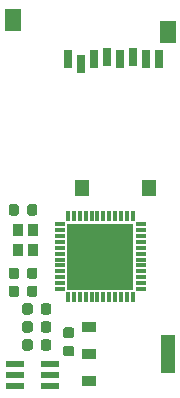
<source format=gbr>
G04 #@! TF.GenerationSoftware,KiCad,Pcbnew,(5.0.2)-1*
G04 #@! TF.CreationDate,2022-05-07T19:17:55+02:00*
G04 #@! TF.ProjectId,Pendrive_v1,50656e64-7269-4766-955f-76312e6b6963,rev?*
G04 #@! TF.SameCoordinates,Original*
G04 #@! TF.FileFunction,Paste,Top*
G04 #@! TF.FilePolarity,Positive*
%FSLAX46Y46*%
G04 Gerber Fmt 4.6, Leading zero omitted, Abs format (unit mm)*
G04 Created by KiCad (PCBNEW (5.0.2)-1) date 07.05.2022 19:17:55*
%MOMM*%
%LPD*%
G01*
G04 APERTURE LIST*
%ADD10R,5.650000X5.650000*%
%ADD11R,0.300000X0.850000*%
%ADD12R,0.850000X0.300000*%
%ADD13R,1.400000X1.900000*%
%ADD14R,1.300000X1.400000*%
%ADD15R,0.800000X1.500000*%
%ADD16R,0.900000X1.000000*%
%ADD17C,0.100000*%
%ADD18C,0.875000*%
%ADD19R,1.300000X0.950000*%
%ADD20R,1.300000X3.250000*%
%ADD21R,1.600000X0.500000*%
G04 APERTURE END LIST*
D10*
G04 #@! TO.C,IC1*
X108785000Y-123206000D03*
D11*
X106035000Y-119756000D03*
X106535000Y-119756000D03*
X107035000Y-119756000D03*
X107535000Y-119756000D03*
X108035000Y-119756000D03*
X108535000Y-119756000D03*
X109035000Y-119756000D03*
X109535000Y-119756000D03*
X110035000Y-119756000D03*
X110535000Y-119756000D03*
X111035000Y-119756000D03*
X111535000Y-119756000D03*
D12*
X112235000Y-120456000D03*
X112235000Y-120956000D03*
X112235000Y-121456000D03*
X112235000Y-121956000D03*
X112235000Y-122456000D03*
X112235000Y-122956000D03*
X112235000Y-123456000D03*
X112235000Y-123956000D03*
X112235000Y-124456000D03*
X112235000Y-124956000D03*
X112235000Y-125456000D03*
X112235000Y-125956000D03*
D11*
X111535000Y-126656000D03*
X111035000Y-126656000D03*
X110535000Y-126656000D03*
X110035000Y-126656000D03*
X109535000Y-126656000D03*
X109035000Y-126656000D03*
X108535000Y-126656000D03*
X108035000Y-126656000D03*
X107535000Y-126656000D03*
X107035000Y-126656000D03*
X106535000Y-126656000D03*
X106035000Y-126656000D03*
D12*
X105335000Y-125956000D03*
X105335000Y-125456000D03*
X105335000Y-124956000D03*
X105335000Y-124456000D03*
X105335000Y-123956000D03*
X105335000Y-123456000D03*
X105335000Y-122956000D03*
X105335000Y-122456000D03*
X105335000Y-121956000D03*
X105335000Y-121456000D03*
X105335000Y-120956000D03*
X105335000Y-120456000D03*
G04 #@! TD*
D13*
G04 #@! TO.C,J1*
X101350000Y-103209000D03*
X114500000Y-104209000D03*
D14*
X107200000Y-117359000D03*
X112900000Y-117359000D03*
D15*
X113710000Y-106499000D03*
X112610000Y-106499000D03*
X111510000Y-106299000D03*
X110410000Y-106499000D03*
X109310000Y-106299000D03*
X108210000Y-106499000D03*
X107110000Y-106899000D03*
X106010000Y-106499000D03*
G04 #@! TD*
D16*
G04 #@! TO.C,Y1*
X103048000Y-122618000D03*
X103048000Y-120968000D03*
X101822000Y-120968000D03*
X101822000Y-122618000D03*
G04 #@! TD*
D17*
G04 #@! TO.C,C16*
G36*
X106373491Y-130780053D02*
X106394726Y-130783203D01*
X106415550Y-130788419D01*
X106435762Y-130795651D01*
X106455168Y-130804830D01*
X106473581Y-130815866D01*
X106490824Y-130828654D01*
X106506730Y-130843070D01*
X106521146Y-130858976D01*
X106533934Y-130876219D01*
X106544970Y-130894632D01*
X106554149Y-130914038D01*
X106561381Y-130934250D01*
X106566597Y-130955074D01*
X106569747Y-130976309D01*
X106570800Y-130997750D01*
X106570800Y-131435250D01*
X106569747Y-131456691D01*
X106566597Y-131477926D01*
X106561381Y-131498750D01*
X106554149Y-131518962D01*
X106544970Y-131538368D01*
X106533934Y-131556781D01*
X106521146Y-131574024D01*
X106506730Y-131589930D01*
X106490824Y-131604346D01*
X106473581Y-131617134D01*
X106455168Y-131628170D01*
X106435762Y-131637349D01*
X106415550Y-131644581D01*
X106394726Y-131649797D01*
X106373491Y-131652947D01*
X106352050Y-131654000D01*
X105839550Y-131654000D01*
X105818109Y-131652947D01*
X105796874Y-131649797D01*
X105776050Y-131644581D01*
X105755838Y-131637349D01*
X105736432Y-131628170D01*
X105718019Y-131617134D01*
X105700776Y-131604346D01*
X105684870Y-131589930D01*
X105670454Y-131574024D01*
X105657666Y-131556781D01*
X105646630Y-131538368D01*
X105637451Y-131518962D01*
X105630219Y-131498750D01*
X105625003Y-131477926D01*
X105621853Y-131456691D01*
X105620800Y-131435250D01*
X105620800Y-130997750D01*
X105621853Y-130976309D01*
X105625003Y-130955074D01*
X105630219Y-130934250D01*
X105637451Y-130914038D01*
X105646630Y-130894632D01*
X105657666Y-130876219D01*
X105670454Y-130858976D01*
X105684870Y-130843070D01*
X105700776Y-130828654D01*
X105718019Y-130815866D01*
X105736432Y-130804830D01*
X105755838Y-130795651D01*
X105776050Y-130788419D01*
X105796874Y-130783203D01*
X105818109Y-130780053D01*
X105839550Y-130779000D01*
X106352050Y-130779000D01*
X106373491Y-130780053D01*
X106373491Y-130780053D01*
G37*
D18*
X106095800Y-131216500D03*
D17*
G36*
X106373491Y-129205053D02*
X106394726Y-129208203D01*
X106415550Y-129213419D01*
X106435762Y-129220651D01*
X106455168Y-129229830D01*
X106473581Y-129240866D01*
X106490824Y-129253654D01*
X106506730Y-129268070D01*
X106521146Y-129283976D01*
X106533934Y-129301219D01*
X106544970Y-129319632D01*
X106554149Y-129339038D01*
X106561381Y-129359250D01*
X106566597Y-129380074D01*
X106569747Y-129401309D01*
X106570800Y-129422750D01*
X106570800Y-129860250D01*
X106569747Y-129881691D01*
X106566597Y-129902926D01*
X106561381Y-129923750D01*
X106554149Y-129943962D01*
X106544970Y-129963368D01*
X106533934Y-129981781D01*
X106521146Y-129999024D01*
X106506730Y-130014930D01*
X106490824Y-130029346D01*
X106473581Y-130042134D01*
X106455168Y-130053170D01*
X106435762Y-130062349D01*
X106415550Y-130069581D01*
X106394726Y-130074797D01*
X106373491Y-130077947D01*
X106352050Y-130079000D01*
X105839550Y-130079000D01*
X105818109Y-130077947D01*
X105796874Y-130074797D01*
X105776050Y-130069581D01*
X105755838Y-130062349D01*
X105736432Y-130053170D01*
X105718019Y-130042134D01*
X105700776Y-130029346D01*
X105684870Y-130014930D01*
X105670454Y-129999024D01*
X105657666Y-129981781D01*
X105646630Y-129963368D01*
X105637451Y-129943962D01*
X105630219Y-129923750D01*
X105625003Y-129902926D01*
X105621853Y-129881691D01*
X105620800Y-129860250D01*
X105620800Y-129422750D01*
X105621853Y-129401309D01*
X105625003Y-129380074D01*
X105630219Y-129359250D01*
X105637451Y-129339038D01*
X105646630Y-129319632D01*
X105657666Y-129301219D01*
X105670454Y-129283976D01*
X105684870Y-129268070D01*
X105700776Y-129253654D01*
X105718019Y-129240866D01*
X105736432Y-129229830D01*
X105755838Y-129220651D01*
X105776050Y-129213419D01*
X105796874Y-129208203D01*
X105818109Y-129205053D01*
X105839550Y-129204000D01*
X106352050Y-129204000D01*
X106373491Y-129205053D01*
X106373491Y-129205053D01*
G37*
D18*
X106095800Y-129641500D03*
G04 #@! TD*
D17*
G04 #@! TO.C,R1*
G36*
X104421691Y-127161053D02*
X104442926Y-127164203D01*
X104463750Y-127169419D01*
X104483962Y-127176651D01*
X104503368Y-127185830D01*
X104521781Y-127196866D01*
X104539024Y-127209654D01*
X104554930Y-127224070D01*
X104569346Y-127239976D01*
X104582134Y-127257219D01*
X104593170Y-127275632D01*
X104602349Y-127295038D01*
X104609581Y-127315250D01*
X104614797Y-127336074D01*
X104617947Y-127357309D01*
X104619000Y-127378750D01*
X104619000Y-127891250D01*
X104617947Y-127912691D01*
X104614797Y-127933926D01*
X104609581Y-127954750D01*
X104602349Y-127974962D01*
X104593170Y-127994368D01*
X104582134Y-128012781D01*
X104569346Y-128030024D01*
X104554930Y-128045930D01*
X104539024Y-128060346D01*
X104521781Y-128073134D01*
X104503368Y-128084170D01*
X104483962Y-128093349D01*
X104463750Y-128100581D01*
X104442926Y-128105797D01*
X104421691Y-128108947D01*
X104400250Y-128110000D01*
X103962750Y-128110000D01*
X103941309Y-128108947D01*
X103920074Y-128105797D01*
X103899250Y-128100581D01*
X103879038Y-128093349D01*
X103859632Y-128084170D01*
X103841219Y-128073134D01*
X103823976Y-128060346D01*
X103808070Y-128045930D01*
X103793654Y-128030024D01*
X103780866Y-128012781D01*
X103769830Y-127994368D01*
X103760651Y-127974962D01*
X103753419Y-127954750D01*
X103748203Y-127933926D01*
X103745053Y-127912691D01*
X103744000Y-127891250D01*
X103744000Y-127378750D01*
X103745053Y-127357309D01*
X103748203Y-127336074D01*
X103753419Y-127315250D01*
X103760651Y-127295038D01*
X103769830Y-127275632D01*
X103780866Y-127257219D01*
X103793654Y-127239976D01*
X103808070Y-127224070D01*
X103823976Y-127209654D01*
X103841219Y-127196866D01*
X103859632Y-127185830D01*
X103879038Y-127176651D01*
X103899250Y-127169419D01*
X103920074Y-127164203D01*
X103941309Y-127161053D01*
X103962750Y-127160000D01*
X104400250Y-127160000D01*
X104421691Y-127161053D01*
X104421691Y-127161053D01*
G37*
D18*
X104181500Y-127635000D03*
D17*
G36*
X102846691Y-127161053D02*
X102867926Y-127164203D01*
X102888750Y-127169419D01*
X102908962Y-127176651D01*
X102928368Y-127185830D01*
X102946781Y-127196866D01*
X102964024Y-127209654D01*
X102979930Y-127224070D01*
X102994346Y-127239976D01*
X103007134Y-127257219D01*
X103018170Y-127275632D01*
X103027349Y-127295038D01*
X103034581Y-127315250D01*
X103039797Y-127336074D01*
X103042947Y-127357309D01*
X103044000Y-127378750D01*
X103044000Y-127891250D01*
X103042947Y-127912691D01*
X103039797Y-127933926D01*
X103034581Y-127954750D01*
X103027349Y-127974962D01*
X103018170Y-127994368D01*
X103007134Y-128012781D01*
X102994346Y-128030024D01*
X102979930Y-128045930D01*
X102964024Y-128060346D01*
X102946781Y-128073134D01*
X102928368Y-128084170D01*
X102908962Y-128093349D01*
X102888750Y-128100581D01*
X102867926Y-128105797D01*
X102846691Y-128108947D01*
X102825250Y-128110000D01*
X102387750Y-128110000D01*
X102366309Y-128108947D01*
X102345074Y-128105797D01*
X102324250Y-128100581D01*
X102304038Y-128093349D01*
X102284632Y-128084170D01*
X102266219Y-128073134D01*
X102248976Y-128060346D01*
X102233070Y-128045930D01*
X102218654Y-128030024D01*
X102205866Y-128012781D01*
X102194830Y-127994368D01*
X102185651Y-127974962D01*
X102178419Y-127954750D01*
X102173203Y-127933926D01*
X102170053Y-127912691D01*
X102169000Y-127891250D01*
X102169000Y-127378750D01*
X102170053Y-127357309D01*
X102173203Y-127336074D01*
X102178419Y-127315250D01*
X102185651Y-127295038D01*
X102194830Y-127275632D01*
X102205866Y-127257219D01*
X102218654Y-127239976D01*
X102233070Y-127224070D01*
X102248976Y-127209654D01*
X102266219Y-127196866D01*
X102284632Y-127185830D01*
X102304038Y-127176651D01*
X102324250Y-127169419D01*
X102345074Y-127164203D01*
X102366309Y-127161053D01*
X102387750Y-127160000D01*
X102825250Y-127160000D01*
X102846691Y-127161053D01*
X102846691Y-127161053D01*
G37*
D18*
X102606500Y-127635000D03*
G04 #@! TD*
D17*
G04 #@! TO.C,R2*
G36*
X102846691Y-128685053D02*
X102867926Y-128688203D01*
X102888750Y-128693419D01*
X102908962Y-128700651D01*
X102928368Y-128709830D01*
X102946781Y-128720866D01*
X102964024Y-128733654D01*
X102979930Y-128748070D01*
X102994346Y-128763976D01*
X103007134Y-128781219D01*
X103018170Y-128799632D01*
X103027349Y-128819038D01*
X103034581Y-128839250D01*
X103039797Y-128860074D01*
X103042947Y-128881309D01*
X103044000Y-128902750D01*
X103044000Y-129415250D01*
X103042947Y-129436691D01*
X103039797Y-129457926D01*
X103034581Y-129478750D01*
X103027349Y-129498962D01*
X103018170Y-129518368D01*
X103007134Y-129536781D01*
X102994346Y-129554024D01*
X102979930Y-129569930D01*
X102964024Y-129584346D01*
X102946781Y-129597134D01*
X102928368Y-129608170D01*
X102908962Y-129617349D01*
X102888750Y-129624581D01*
X102867926Y-129629797D01*
X102846691Y-129632947D01*
X102825250Y-129634000D01*
X102387750Y-129634000D01*
X102366309Y-129632947D01*
X102345074Y-129629797D01*
X102324250Y-129624581D01*
X102304038Y-129617349D01*
X102284632Y-129608170D01*
X102266219Y-129597134D01*
X102248976Y-129584346D01*
X102233070Y-129569930D01*
X102218654Y-129554024D01*
X102205866Y-129536781D01*
X102194830Y-129518368D01*
X102185651Y-129498962D01*
X102178419Y-129478750D01*
X102173203Y-129457926D01*
X102170053Y-129436691D01*
X102169000Y-129415250D01*
X102169000Y-128902750D01*
X102170053Y-128881309D01*
X102173203Y-128860074D01*
X102178419Y-128839250D01*
X102185651Y-128819038D01*
X102194830Y-128799632D01*
X102205866Y-128781219D01*
X102218654Y-128763976D01*
X102233070Y-128748070D01*
X102248976Y-128733654D01*
X102266219Y-128720866D01*
X102284632Y-128709830D01*
X102304038Y-128700651D01*
X102324250Y-128693419D01*
X102345074Y-128688203D01*
X102366309Y-128685053D01*
X102387750Y-128684000D01*
X102825250Y-128684000D01*
X102846691Y-128685053D01*
X102846691Y-128685053D01*
G37*
D18*
X102606500Y-129159000D03*
D17*
G36*
X104421691Y-128685053D02*
X104442926Y-128688203D01*
X104463750Y-128693419D01*
X104483962Y-128700651D01*
X104503368Y-128709830D01*
X104521781Y-128720866D01*
X104539024Y-128733654D01*
X104554930Y-128748070D01*
X104569346Y-128763976D01*
X104582134Y-128781219D01*
X104593170Y-128799632D01*
X104602349Y-128819038D01*
X104609581Y-128839250D01*
X104614797Y-128860074D01*
X104617947Y-128881309D01*
X104619000Y-128902750D01*
X104619000Y-129415250D01*
X104617947Y-129436691D01*
X104614797Y-129457926D01*
X104609581Y-129478750D01*
X104602349Y-129498962D01*
X104593170Y-129518368D01*
X104582134Y-129536781D01*
X104569346Y-129554024D01*
X104554930Y-129569930D01*
X104539024Y-129584346D01*
X104521781Y-129597134D01*
X104503368Y-129608170D01*
X104483962Y-129617349D01*
X104463750Y-129624581D01*
X104442926Y-129629797D01*
X104421691Y-129632947D01*
X104400250Y-129634000D01*
X103962750Y-129634000D01*
X103941309Y-129632947D01*
X103920074Y-129629797D01*
X103899250Y-129624581D01*
X103879038Y-129617349D01*
X103859632Y-129608170D01*
X103841219Y-129597134D01*
X103823976Y-129584346D01*
X103808070Y-129569930D01*
X103793654Y-129554024D01*
X103780866Y-129536781D01*
X103769830Y-129518368D01*
X103760651Y-129498962D01*
X103753419Y-129478750D01*
X103748203Y-129457926D01*
X103745053Y-129436691D01*
X103744000Y-129415250D01*
X103744000Y-128902750D01*
X103745053Y-128881309D01*
X103748203Y-128860074D01*
X103753419Y-128839250D01*
X103760651Y-128819038D01*
X103769830Y-128799632D01*
X103780866Y-128781219D01*
X103793654Y-128763976D01*
X103808070Y-128748070D01*
X103823976Y-128733654D01*
X103841219Y-128720866D01*
X103859632Y-128709830D01*
X103879038Y-128700651D01*
X103899250Y-128693419D01*
X103920074Y-128688203D01*
X103941309Y-128685053D01*
X103962750Y-128684000D01*
X104400250Y-128684000D01*
X104421691Y-128685053D01*
X104421691Y-128685053D01*
G37*
D18*
X104181500Y-129159000D03*
G04 #@! TD*
D17*
G04 #@! TO.C,R3*
G36*
X104421691Y-130209053D02*
X104442926Y-130212203D01*
X104463750Y-130217419D01*
X104483962Y-130224651D01*
X104503368Y-130233830D01*
X104521781Y-130244866D01*
X104539024Y-130257654D01*
X104554930Y-130272070D01*
X104569346Y-130287976D01*
X104582134Y-130305219D01*
X104593170Y-130323632D01*
X104602349Y-130343038D01*
X104609581Y-130363250D01*
X104614797Y-130384074D01*
X104617947Y-130405309D01*
X104619000Y-130426750D01*
X104619000Y-130939250D01*
X104617947Y-130960691D01*
X104614797Y-130981926D01*
X104609581Y-131002750D01*
X104602349Y-131022962D01*
X104593170Y-131042368D01*
X104582134Y-131060781D01*
X104569346Y-131078024D01*
X104554930Y-131093930D01*
X104539024Y-131108346D01*
X104521781Y-131121134D01*
X104503368Y-131132170D01*
X104483962Y-131141349D01*
X104463750Y-131148581D01*
X104442926Y-131153797D01*
X104421691Y-131156947D01*
X104400250Y-131158000D01*
X103962750Y-131158000D01*
X103941309Y-131156947D01*
X103920074Y-131153797D01*
X103899250Y-131148581D01*
X103879038Y-131141349D01*
X103859632Y-131132170D01*
X103841219Y-131121134D01*
X103823976Y-131108346D01*
X103808070Y-131093930D01*
X103793654Y-131078024D01*
X103780866Y-131060781D01*
X103769830Y-131042368D01*
X103760651Y-131022962D01*
X103753419Y-131002750D01*
X103748203Y-130981926D01*
X103745053Y-130960691D01*
X103744000Y-130939250D01*
X103744000Y-130426750D01*
X103745053Y-130405309D01*
X103748203Y-130384074D01*
X103753419Y-130363250D01*
X103760651Y-130343038D01*
X103769830Y-130323632D01*
X103780866Y-130305219D01*
X103793654Y-130287976D01*
X103808070Y-130272070D01*
X103823976Y-130257654D01*
X103841219Y-130244866D01*
X103859632Y-130233830D01*
X103879038Y-130224651D01*
X103899250Y-130217419D01*
X103920074Y-130212203D01*
X103941309Y-130209053D01*
X103962750Y-130208000D01*
X104400250Y-130208000D01*
X104421691Y-130209053D01*
X104421691Y-130209053D01*
G37*
D18*
X104181500Y-130683000D03*
D17*
G36*
X102846691Y-130209053D02*
X102867926Y-130212203D01*
X102888750Y-130217419D01*
X102908962Y-130224651D01*
X102928368Y-130233830D01*
X102946781Y-130244866D01*
X102964024Y-130257654D01*
X102979930Y-130272070D01*
X102994346Y-130287976D01*
X103007134Y-130305219D01*
X103018170Y-130323632D01*
X103027349Y-130343038D01*
X103034581Y-130363250D01*
X103039797Y-130384074D01*
X103042947Y-130405309D01*
X103044000Y-130426750D01*
X103044000Y-130939250D01*
X103042947Y-130960691D01*
X103039797Y-130981926D01*
X103034581Y-131002750D01*
X103027349Y-131022962D01*
X103018170Y-131042368D01*
X103007134Y-131060781D01*
X102994346Y-131078024D01*
X102979930Y-131093930D01*
X102964024Y-131108346D01*
X102946781Y-131121134D01*
X102928368Y-131132170D01*
X102908962Y-131141349D01*
X102888750Y-131148581D01*
X102867926Y-131153797D01*
X102846691Y-131156947D01*
X102825250Y-131158000D01*
X102387750Y-131158000D01*
X102366309Y-131156947D01*
X102345074Y-131153797D01*
X102324250Y-131148581D01*
X102304038Y-131141349D01*
X102284632Y-131132170D01*
X102266219Y-131121134D01*
X102248976Y-131108346D01*
X102233070Y-131093930D01*
X102218654Y-131078024D01*
X102205866Y-131060781D01*
X102194830Y-131042368D01*
X102185651Y-131022962D01*
X102178419Y-131002750D01*
X102173203Y-130981926D01*
X102170053Y-130960691D01*
X102169000Y-130939250D01*
X102169000Y-130426750D01*
X102170053Y-130405309D01*
X102173203Y-130384074D01*
X102178419Y-130363250D01*
X102185651Y-130343038D01*
X102194830Y-130323632D01*
X102205866Y-130305219D01*
X102218654Y-130287976D01*
X102233070Y-130272070D01*
X102248976Y-130257654D01*
X102266219Y-130244866D01*
X102284632Y-130233830D01*
X102304038Y-130224651D01*
X102324250Y-130217419D01*
X102345074Y-130212203D01*
X102366309Y-130209053D01*
X102387750Y-130208000D01*
X102825250Y-130208000D01*
X102846691Y-130209053D01*
X102846691Y-130209053D01*
G37*
D18*
X102606500Y-130683000D03*
G04 #@! TD*
D19*
G04 #@! TO.C,IC2*
X107810000Y-129163000D03*
X107810000Y-131453000D03*
X107810000Y-133743000D03*
D20*
X114510000Y-131453000D03*
G04 #@! TD*
D21*
G04 #@! TO.C,LED1*
X101596000Y-132323000D03*
X101596000Y-133223000D03*
X101596000Y-134123000D03*
X104546000Y-134123000D03*
X104546000Y-133223000D03*
X104546000Y-132323000D03*
G04 #@! TD*
D17*
G04 #@! TO.C,C6*
G36*
X101687691Y-118779053D02*
X101708926Y-118782203D01*
X101729750Y-118787419D01*
X101749962Y-118794651D01*
X101769368Y-118803830D01*
X101787781Y-118814866D01*
X101805024Y-118827654D01*
X101820930Y-118842070D01*
X101835346Y-118857976D01*
X101848134Y-118875219D01*
X101859170Y-118893632D01*
X101868349Y-118913038D01*
X101875581Y-118933250D01*
X101880797Y-118954074D01*
X101883947Y-118975309D01*
X101885000Y-118996750D01*
X101885000Y-119509250D01*
X101883947Y-119530691D01*
X101880797Y-119551926D01*
X101875581Y-119572750D01*
X101868349Y-119592962D01*
X101859170Y-119612368D01*
X101848134Y-119630781D01*
X101835346Y-119648024D01*
X101820930Y-119663930D01*
X101805024Y-119678346D01*
X101787781Y-119691134D01*
X101769368Y-119702170D01*
X101749962Y-119711349D01*
X101729750Y-119718581D01*
X101708926Y-119723797D01*
X101687691Y-119726947D01*
X101666250Y-119728000D01*
X101228750Y-119728000D01*
X101207309Y-119726947D01*
X101186074Y-119723797D01*
X101165250Y-119718581D01*
X101145038Y-119711349D01*
X101125632Y-119702170D01*
X101107219Y-119691134D01*
X101089976Y-119678346D01*
X101074070Y-119663930D01*
X101059654Y-119648024D01*
X101046866Y-119630781D01*
X101035830Y-119612368D01*
X101026651Y-119592962D01*
X101019419Y-119572750D01*
X101014203Y-119551926D01*
X101011053Y-119530691D01*
X101010000Y-119509250D01*
X101010000Y-118996750D01*
X101011053Y-118975309D01*
X101014203Y-118954074D01*
X101019419Y-118933250D01*
X101026651Y-118913038D01*
X101035830Y-118893632D01*
X101046866Y-118875219D01*
X101059654Y-118857976D01*
X101074070Y-118842070D01*
X101089976Y-118827654D01*
X101107219Y-118814866D01*
X101125632Y-118803830D01*
X101145038Y-118794651D01*
X101165250Y-118787419D01*
X101186074Y-118782203D01*
X101207309Y-118779053D01*
X101228750Y-118778000D01*
X101666250Y-118778000D01*
X101687691Y-118779053D01*
X101687691Y-118779053D01*
G37*
D18*
X101447500Y-119253000D03*
D17*
G36*
X103262691Y-118779053D02*
X103283926Y-118782203D01*
X103304750Y-118787419D01*
X103324962Y-118794651D01*
X103344368Y-118803830D01*
X103362781Y-118814866D01*
X103380024Y-118827654D01*
X103395930Y-118842070D01*
X103410346Y-118857976D01*
X103423134Y-118875219D01*
X103434170Y-118893632D01*
X103443349Y-118913038D01*
X103450581Y-118933250D01*
X103455797Y-118954074D01*
X103458947Y-118975309D01*
X103460000Y-118996750D01*
X103460000Y-119509250D01*
X103458947Y-119530691D01*
X103455797Y-119551926D01*
X103450581Y-119572750D01*
X103443349Y-119592962D01*
X103434170Y-119612368D01*
X103423134Y-119630781D01*
X103410346Y-119648024D01*
X103395930Y-119663930D01*
X103380024Y-119678346D01*
X103362781Y-119691134D01*
X103344368Y-119702170D01*
X103324962Y-119711349D01*
X103304750Y-119718581D01*
X103283926Y-119723797D01*
X103262691Y-119726947D01*
X103241250Y-119728000D01*
X102803750Y-119728000D01*
X102782309Y-119726947D01*
X102761074Y-119723797D01*
X102740250Y-119718581D01*
X102720038Y-119711349D01*
X102700632Y-119702170D01*
X102682219Y-119691134D01*
X102664976Y-119678346D01*
X102649070Y-119663930D01*
X102634654Y-119648024D01*
X102621866Y-119630781D01*
X102610830Y-119612368D01*
X102601651Y-119592962D01*
X102594419Y-119572750D01*
X102589203Y-119551926D01*
X102586053Y-119530691D01*
X102585000Y-119509250D01*
X102585000Y-118996750D01*
X102586053Y-118975309D01*
X102589203Y-118954074D01*
X102594419Y-118933250D01*
X102601651Y-118913038D01*
X102610830Y-118893632D01*
X102621866Y-118875219D01*
X102634654Y-118857976D01*
X102649070Y-118842070D01*
X102664976Y-118827654D01*
X102682219Y-118814866D01*
X102700632Y-118803830D01*
X102720038Y-118794651D01*
X102740250Y-118787419D01*
X102761074Y-118782203D01*
X102782309Y-118779053D01*
X102803750Y-118778000D01*
X103241250Y-118778000D01*
X103262691Y-118779053D01*
X103262691Y-118779053D01*
G37*
D18*
X103022500Y-119253000D03*
G04 #@! TD*
D17*
G04 #@! TO.C,C5*
G36*
X103262691Y-124129053D02*
X103283926Y-124132203D01*
X103304750Y-124137419D01*
X103324962Y-124144651D01*
X103344368Y-124153830D01*
X103362781Y-124164866D01*
X103380024Y-124177654D01*
X103395930Y-124192070D01*
X103410346Y-124207976D01*
X103423134Y-124225219D01*
X103434170Y-124243632D01*
X103443349Y-124263038D01*
X103450581Y-124283250D01*
X103455797Y-124304074D01*
X103458947Y-124325309D01*
X103460000Y-124346750D01*
X103460000Y-124859250D01*
X103458947Y-124880691D01*
X103455797Y-124901926D01*
X103450581Y-124922750D01*
X103443349Y-124942962D01*
X103434170Y-124962368D01*
X103423134Y-124980781D01*
X103410346Y-124998024D01*
X103395930Y-125013930D01*
X103380024Y-125028346D01*
X103362781Y-125041134D01*
X103344368Y-125052170D01*
X103324962Y-125061349D01*
X103304750Y-125068581D01*
X103283926Y-125073797D01*
X103262691Y-125076947D01*
X103241250Y-125078000D01*
X102803750Y-125078000D01*
X102782309Y-125076947D01*
X102761074Y-125073797D01*
X102740250Y-125068581D01*
X102720038Y-125061349D01*
X102700632Y-125052170D01*
X102682219Y-125041134D01*
X102664976Y-125028346D01*
X102649070Y-125013930D01*
X102634654Y-124998024D01*
X102621866Y-124980781D01*
X102610830Y-124962368D01*
X102601651Y-124942962D01*
X102594419Y-124922750D01*
X102589203Y-124901926D01*
X102586053Y-124880691D01*
X102585000Y-124859250D01*
X102585000Y-124346750D01*
X102586053Y-124325309D01*
X102589203Y-124304074D01*
X102594419Y-124283250D01*
X102601651Y-124263038D01*
X102610830Y-124243632D01*
X102621866Y-124225219D01*
X102634654Y-124207976D01*
X102649070Y-124192070D01*
X102664976Y-124177654D01*
X102682219Y-124164866D01*
X102700632Y-124153830D01*
X102720038Y-124144651D01*
X102740250Y-124137419D01*
X102761074Y-124132203D01*
X102782309Y-124129053D01*
X102803750Y-124128000D01*
X103241250Y-124128000D01*
X103262691Y-124129053D01*
X103262691Y-124129053D01*
G37*
D18*
X103022500Y-124603000D03*
D17*
G36*
X101687691Y-124129053D02*
X101708926Y-124132203D01*
X101729750Y-124137419D01*
X101749962Y-124144651D01*
X101769368Y-124153830D01*
X101787781Y-124164866D01*
X101805024Y-124177654D01*
X101820930Y-124192070D01*
X101835346Y-124207976D01*
X101848134Y-124225219D01*
X101859170Y-124243632D01*
X101868349Y-124263038D01*
X101875581Y-124283250D01*
X101880797Y-124304074D01*
X101883947Y-124325309D01*
X101885000Y-124346750D01*
X101885000Y-124859250D01*
X101883947Y-124880691D01*
X101880797Y-124901926D01*
X101875581Y-124922750D01*
X101868349Y-124942962D01*
X101859170Y-124962368D01*
X101848134Y-124980781D01*
X101835346Y-124998024D01*
X101820930Y-125013930D01*
X101805024Y-125028346D01*
X101787781Y-125041134D01*
X101769368Y-125052170D01*
X101749962Y-125061349D01*
X101729750Y-125068581D01*
X101708926Y-125073797D01*
X101687691Y-125076947D01*
X101666250Y-125078000D01*
X101228750Y-125078000D01*
X101207309Y-125076947D01*
X101186074Y-125073797D01*
X101165250Y-125068581D01*
X101145038Y-125061349D01*
X101125632Y-125052170D01*
X101107219Y-125041134D01*
X101089976Y-125028346D01*
X101074070Y-125013930D01*
X101059654Y-124998024D01*
X101046866Y-124980781D01*
X101035830Y-124962368D01*
X101026651Y-124942962D01*
X101019419Y-124922750D01*
X101014203Y-124901926D01*
X101011053Y-124880691D01*
X101010000Y-124859250D01*
X101010000Y-124346750D01*
X101011053Y-124325309D01*
X101014203Y-124304074D01*
X101019419Y-124283250D01*
X101026651Y-124263038D01*
X101035830Y-124243632D01*
X101046866Y-124225219D01*
X101059654Y-124207976D01*
X101074070Y-124192070D01*
X101089976Y-124177654D01*
X101107219Y-124164866D01*
X101125632Y-124153830D01*
X101145038Y-124144651D01*
X101165250Y-124137419D01*
X101186074Y-124132203D01*
X101207309Y-124129053D01*
X101228750Y-124128000D01*
X101666250Y-124128000D01*
X101687691Y-124129053D01*
X101687691Y-124129053D01*
G37*
D18*
X101447500Y-124603000D03*
G04 #@! TD*
D17*
G04 #@! TO.C,C2*
G36*
X103262691Y-125653053D02*
X103283926Y-125656203D01*
X103304750Y-125661419D01*
X103324962Y-125668651D01*
X103344368Y-125677830D01*
X103362781Y-125688866D01*
X103380024Y-125701654D01*
X103395930Y-125716070D01*
X103410346Y-125731976D01*
X103423134Y-125749219D01*
X103434170Y-125767632D01*
X103443349Y-125787038D01*
X103450581Y-125807250D01*
X103455797Y-125828074D01*
X103458947Y-125849309D01*
X103460000Y-125870750D01*
X103460000Y-126383250D01*
X103458947Y-126404691D01*
X103455797Y-126425926D01*
X103450581Y-126446750D01*
X103443349Y-126466962D01*
X103434170Y-126486368D01*
X103423134Y-126504781D01*
X103410346Y-126522024D01*
X103395930Y-126537930D01*
X103380024Y-126552346D01*
X103362781Y-126565134D01*
X103344368Y-126576170D01*
X103324962Y-126585349D01*
X103304750Y-126592581D01*
X103283926Y-126597797D01*
X103262691Y-126600947D01*
X103241250Y-126602000D01*
X102803750Y-126602000D01*
X102782309Y-126600947D01*
X102761074Y-126597797D01*
X102740250Y-126592581D01*
X102720038Y-126585349D01*
X102700632Y-126576170D01*
X102682219Y-126565134D01*
X102664976Y-126552346D01*
X102649070Y-126537930D01*
X102634654Y-126522024D01*
X102621866Y-126504781D01*
X102610830Y-126486368D01*
X102601651Y-126466962D01*
X102594419Y-126446750D01*
X102589203Y-126425926D01*
X102586053Y-126404691D01*
X102585000Y-126383250D01*
X102585000Y-125870750D01*
X102586053Y-125849309D01*
X102589203Y-125828074D01*
X102594419Y-125807250D01*
X102601651Y-125787038D01*
X102610830Y-125767632D01*
X102621866Y-125749219D01*
X102634654Y-125731976D01*
X102649070Y-125716070D01*
X102664976Y-125701654D01*
X102682219Y-125688866D01*
X102700632Y-125677830D01*
X102720038Y-125668651D01*
X102740250Y-125661419D01*
X102761074Y-125656203D01*
X102782309Y-125653053D01*
X102803750Y-125652000D01*
X103241250Y-125652000D01*
X103262691Y-125653053D01*
X103262691Y-125653053D01*
G37*
D18*
X103022500Y-126127000D03*
D17*
G36*
X101687691Y-125653053D02*
X101708926Y-125656203D01*
X101729750Y-125661419D01*
X101749962Y-125668651D01*
X101769368Y-125677830D01*
X101787781Y-125688866D01*
X101805024Y-125701654D01*
X101820930Y-125716070D01*
X101835346Y-125731976D01*
X101848134Y-125749219D01*
X101859170Y-125767632D01*
X101868349Y-125787038D01*
X101875581Y-125807250D01*
X101880797Y-125828074D01*
X101883947Y-125849309D01*
X101885000Y-125870750D01*
X101885000Y-126383250D01*
X101883947Y-126404691D01*
X101880797Y-126425926D01*
X101875581Y-126446750D01*
X101868349Y-126466962D01*
X101859170Y-126486368D01*
X101848134Y-126504781D01*
X101835346Y-126522024D01*
X101820930Y-126537930D01*
X101805024Y-126552346D01*
X101787781Y-126565134D01*
X101769368Y-126576170D01*
X101749962Y-126585349D01*
X101729750Y-126592581D01*
X101708926Y-126597797D01*
X101687691Y-126600947D01*
X101666250Y-126602000D01*
X101228750Y-126602000D01*
X101207309Y-126600947D01*
X101186074Y-126597797D01*
X101165250Y-126592581D01*
X101145038Y-126585349D01*
X101125632Y-126576170D01*
X101107219Y-126565134D01*
X101089976Y-126552346D01*
X101074070Y-126537930D01*
X101059654Y-126522024D01*
X101046866Y-126504781D01*
X101035830Y-126486368D01*
X101026651Y-126466962D01*
X101019419Y-126446750D01*
X101014203Y-126425926D01*
X101011053Y-126404691D01*
X101010000Y-126383250D01*
X101010000Y-125870750D01*
X101011053Y-125849309D01*
X101014203Y-125828074D01*
X101019419Y-125807250D01*
X101026651Y-125787038D01*
X101035830Y-125767632D01*
X101046866Y-125749219D01*
X101059654Y-125731976D01*
X101074070Y-125716070D01*
X101089976Y-125701654D01*
X101107219Y-125688866D01*
X101125632Y-125677830D01*
X101145038Y-125668651D01*
X101165250Y-125661419D01*
X101186074Y-125656203D01*
X101207309Y-125653053D01*
X101228750Y-125652000D01*
X101666250Y-125652000D01*
X101687691Y-125653053D01*
X101687691Y-125653053D01*
G37*
D18*
X101447500Y-126127000D03*
G04 #@! TD*
M02*

</source>
